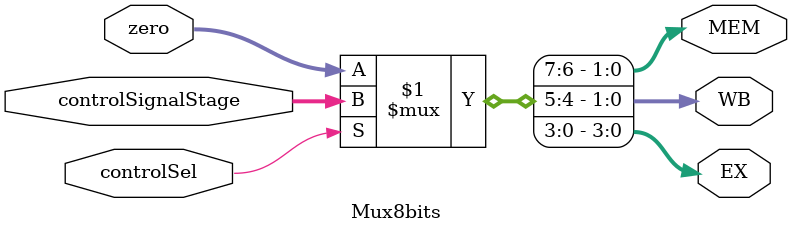
<source format=v>
module Mux8bits(controlSignalStage, zero, controlSel, EX, MEM, WB);
  input [7:0] controlSignalStage, zero;
  input controlSel;
  output wire [1:0] MEM;
  output wire [1:0] WB;
  output wire [3:0] EX;
  assign {MEM,WB,EX} = controlSel ? controlSignalStage : zero;
endmodule

  

</source>
